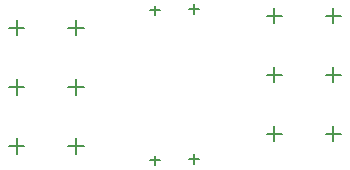
<source format=gbr>
%TF.GenerationSoftware,Altium Limited,Altium Designer,24.7.2 (38)*%
G04 Layer_Color=128*
%FSLAX43Y43*%
%MOMM*%
%TF.SameCoordinates,D15D1D2A-FCB6-4C81-826D-5CEFA5F89A76*%
%TF.FilePolarity,Positive*%
%TF.FileFunction,Drillmap*%
%TF.Part,Single*%
G01*
G75*
%TA.AperFunction,NonConductor*%
%ADD21C,0.127*%
D21*
X19037Y15054D02*
X19837D01*
X19437Y14654D02*
Y15454D01*
X19037Y2354D02*
X19837D01*
X19437Y1954D02*
Y2754D01*
X25600Y4500D02*
X26900D01*
X26250Y3850D02*
Y5150D01*
X25600Y9500D02*
X26900D01*
X26250Y8850D02*
Y10150D01*
X30600Y4500D02*
X31900D01*
X31250Y3850D02*
Y5150D01*
X30600Y9500D02*
X31900D01*
X31250Y8850D02*
Y10150D01*
X30600Y14500D02*
X31900D01*
X31250Y13850D02*
Y15150D01*
X25600Y14500D02*
X26900D01*
X26250Y13850D02*
Y15150D01*
X8795Y13458D02*
X10095D01*
X9445Y12808D02*
Y14108D01*
X8795Y8458D02*
X10095D01*
X9445Y7808D02*
Y9108D01*
X3795Y13458D02*
X5095D01*
X4445Y12808D02*
Y14108D01*
X3795Y8458D02*
X5095D01*
X4445Y7808D02*
Y9108D01*
X3795Y3458D02*
X5095D01*
X4445Y2808D02*
Y4108D01*
X8795Y3458D02*
X10095D01*
X9445Y2808D02*
Y4108D01*
X15735Y2227D02*
X16535D01*
X16135Y1827D02*
Y2627D01*
X15735Y14927D02*
X16535D01*
X16135Y14527D02*
Y15327D01*
%TF.MD5,948d3e47714048ae34a483e0209cf65c*%
M02*

</source>
